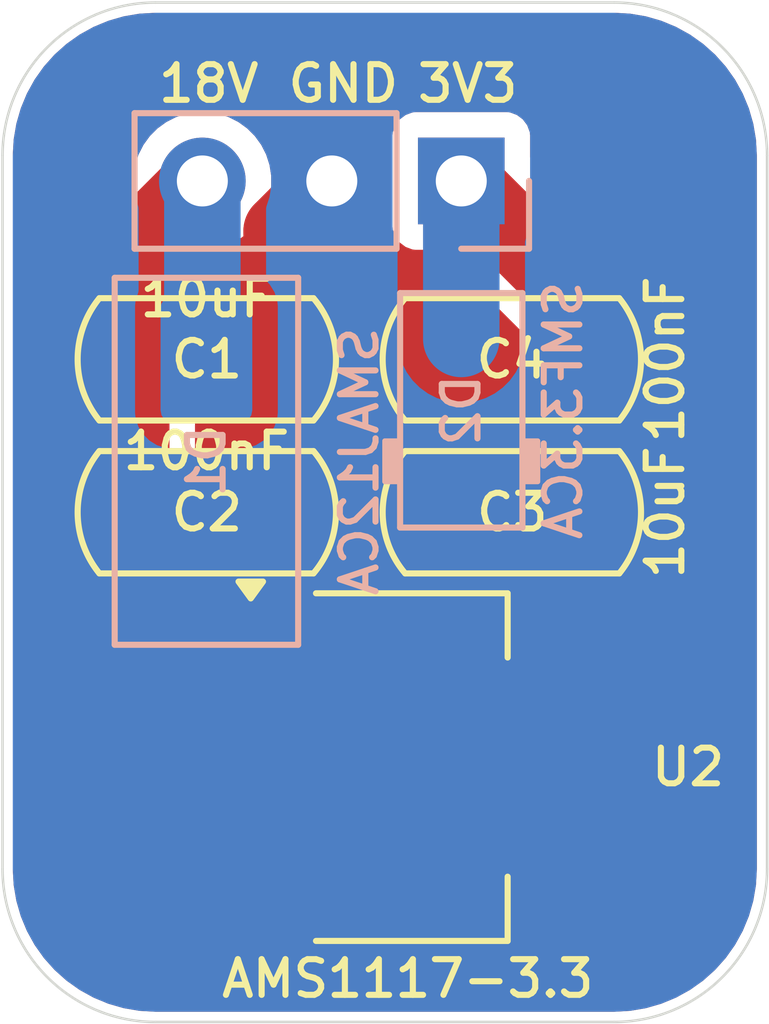
<source format=kicad_pcb>
(kicad_pcb (version 20241229) (generator "pcbnew") (generator_version "9.0")
  (layers (0 "F.Cu" signal) (2 "B.Cu" signal) (13 "F.Paste" user) (15 "B.Paste" user) (5 "F.SilkS" user "F.Silkscreen") (7 "B.SilkS" user "B.Silkscreen") (1 "F.Mask" user) (3 "B.Mask" user) (25 "Edge.Cuts" user))
  (net 0 "")
  (net 1 "+18V")
  (net 2 "GND")
  (net 3 "+3.3V")
  (footprint "PCM_Capacitor_SMD_AKL:C_1206_3216Metric" (layer "F.Cu") (at 117 66)
    (property "Reference" "C1" (at 0.007668 0 0) (layer "F.SilkS") (effects (font (size 0.7 0.7) (thickness 0.12))))
    (property "Value" "10uF" (at 0 -1.2 0) (layer "F.SilkS") (effects (font (size 0.7 0.7) (thickness 0.12))))
    (fp_line (start -2.1 1.2) (end 2.1 1.2) (stroke (width 0.12)) (layer "F.SilkS"))
    (fp_line (start 2.1 -1.2) (end -2.1 -1.2) (stroke (width 0.12)) (layer "F.SilkS"))
    (fp_arc (start -2.1 1.2) (mid -2.526625 0) (end -2.1 -1.2) (stroke (width 0.12)) (layer "F.SilkS"))
    (fp_arc (start 2.1 -1.2) (mid 2.541962 0) (end 2.1 1.2) (stroke (width 0.12)) (layer "F.SilkS"))
    (pad "1" smd roundrect (at -1.475 0) (size 1.15 1.8) (layers "F.Cu" "F.Mask" "F.Paste") (roundrect_rratio 0.217391) (net 1 "+18V"))
    (pad "2" smd roundrect (at 1.475 0) (size 1.15 1.8) (layers "F.Cu" "F.Mask" "F.Paste") (roundrect_rratio 0.217391) (net 2 "GND"))
  )
  (footprint "PCM_Capacitor_SMD_AKL:C_1206_3216Metric" (layer "F.Cu") (at 123 66 180)
    (property "Reference" "C4" (at 0.007668 0 0) (layer "F.SilkS") (effects (font (size 0.7 0.7) (thickness 0.12))))
    (property "Value" "100nF" (at -3 0 90) (layer "F.SilkS") (effects (font (size 0.7 0.7) (thickness 0.12))))
    (fp_line (start 2.1 -1.2) (end -2.1 -1.2) (stroke (width 0.12)) (layer "F.SilkS"))
    (fp_line (start -2.1 1.2) (end 2.1 1.2) (stroke (width 0.12)) (layer "F.SilkS"))
    (fp_arc (start 2.1 -1.2) (mid 2.541962 0) (end 2.1 1.2) (stroke (width 0.12)) (layer "F.SilkS"))
    (fp_arc (start -2.1 1.2) (mid -2.526625 0) (end -2.1 -1.2) (stroke (width 0.12)) (layer "F.SilkS"))
    (pad "1" smd roundrect (at -1.475 0 180) (size 1.15 1.8) (layers "F.Cu" "F.Mask" "F.Paste") (roundrect_rratio 0.217391) (net 3 "+3.3V"))
    (pad "2" smd roundrect (at 1.475 0 180) (size 1.15 1.8) (layers "F.Cu" "F.Mask" "F.Paste") (roundrect_rratio 0.217391) (net 2 "GND"))
  )
  (footprint "Package_TO_SOT_SMD:SOT-223-3_TabPin2" (layer "F.Cu") (at 121 74)
    (property "Reference" "U2" (at 5.45 0 0) (layer "F.SilkS") (effects (font (size 0.7 0.7) (thickness 0.12) (bold yes))))
    (property "Value" "AMS1117-3.3" (at -0.05 4.15 0) (layer "F.SilkS") (effects (font (size 0.7 0.7) (thickness 0.12) (bold yes))))
    (fp_line (start -1.85 -3.41) (end 1.91 -3.41) (stroke (width 0.12)) (layer "F.SilkS"))
    (fp_line (start -1.85 3.41) (end 1.91 3.41) (stroke (width 0.12)) (layer "F.SilkS"))
    (fp_line (start 1.91 -3.41) (end 1.91 -2.15) (stroke (width 0.12)) (layer "F.SilkS"))
    (fp_line (start 1.91 3.41) (end 1.91 2.15) (stroke (width 0.12)) (layer "F.SilkS"))
    (fp_poly (pts (xy -3.13 -3.31) (xy -3.37 -3.64) (xy -2.89 -3.64) (xy -3.13 -3.31)) (stroke (width 0.12)) (fill yes) (layer "F.SilkS"))
    (pad "1" smd roundrect (at -3.15 -2.3) (size 2 1.5) (layers "F.Cu" "F.Mask" "F.Paste") (net 2 "GND"))
    (pad "2" smd roundrect (at -3.15 0) (size 2 1.5) (layers "F.Cu" "F.Mask" "F.Paste") (net 3 "+3.3V"))
    (pad "2" smd roundrect (at 3.15 0) (size 2 3.8) (layers "F.Cu" "F.Mask" "F.Paste") (net 3 "+3.3V"))
    (pad "3" smd roundrect (at -3.15 2.3) (size 2 1.5) (layers "F.Cu" "F.Mask" "F.Paste") (net 1 "+18V"))
  )
  (footprint "PCM_Capacitor_SMD_AKL:C_1206_3216Metric" (layer "F.Cu") (at 117 69)
    (property "Reference" "C2" (at 0.007668 0 0) (layer "F.SilkS") (effects (font (size 0.7 0.7) (thickness 0.12))))
    (property "Value" "100nF" (at 0 -1.2 0) (layer "F.SilkS") (effects (font (size 0.7 0.7) (thickness 0.12))))
    (fp_line (start -2.1 1.2) (end 2.1 1.2) (stroke (width 0.12)) (layer "F.SilkS"))
    (fp_line (start 2.1 -1.2) (end -2.1 -1.2) (stroke (width 0.12)) (layer "F.SilkS"))
    (fp_arc (start -2.1 1.2) (mid -2.526625 0) (end -2.1 -1.2) (stroke (width 0.12)) (layer "F.SilkS"))
    (fp_arc (start 2.1 -1.2) (mid 2.541962 0) (end 2.1 1.2) (stroke (width 0.12)) (layer "F.SilkS"))
    (pad "1" smd roundrect (at -1.475 0) (size 1.15 1.8) (layers "F.Cu" "F.Mask" "F.Paste") (roundrect_rratio 0.217391) (net 1 "+18V"))
    (pad "2" smd roundrect (at 1.475 0) (size 1.15 1.8) (layers "F.Cu" "F.Mask" "F.Paste") (roundrect_rratio 0.217391) (net 2 "GND"))
  )
  (footprint "PCM_Capacitor_SMD_AKL:C_1206_3216Metric" (layer "F.Cu") (at 123 69 180)
    (property "Reference" "C3" (at 0 0 0) (layer "F.SilkS") (effects (font (size 0.7 0.7) (thickness 0.12))))
    (property "Value" "10uF" (at -3 0 90) (layer "F.SilkS") (effects (font (size 0.7 0.7) (thickness 0.12))))
    (fp_line (start 2.1 -1.2) (end -2.1 -1.2) (stroke (width 0.12)) (layer "F.SilkS"))
    (fp_line (start -2.1 1.2) (end 2.1 1.2) (stroke (width 0.12)) (layer "F.SilkS"))
    (fp_arc (start 2.1 -1.2) (mid 2.541962 0) (end 2.1 1.2) (stroke (width 0.12)) (layer "F.SilkS"))
    (fp_arc (start -2.1 1.2) (mid -2.526625 0) (end -2.1 -1.2) (stroke (width 0.12)) (layer "F.SilkS"))
    (pad "1" smd roundrect (at -1.475 0 180) (size 1.15 1.8) (layers "F.Cu" "F.Mask" "F.Paste") (roundrect_rratio 0.217391) (net 3 "+3.3V"))
    (pad "2" smd roundrect (at 1.475 0 180) (size 1.15 1.8) (layers "F.Cu" "F.Mask" "F.Paste") (roundrect_rratio 0.217391) (net 2 "GND"))
  )
  (footprint "PCM_Diode_SMD_AKL:D_SMA_TVS" (layer "B.Cu") (at 117 68 90)
    (property "Reference" "D1" (at 0 0 90) (layer "B.SilkS") (effects (font (size 0.7 0.7) (thickness 0.12)) (justify mirror)))
    (property "Value" "SMAJ12CA" (at 0 3 90) (layer "B.SilkS") (effects (font (size 0.7 0.7) (thickness 0.12)) (justify mirror)))
    (fp_line (start 3.6 -1.8) (end 3.6 1.8) (stroke (width 0.12)) (layer "B.SilkS"))
    (fp_line (start -3.6 -1.8) (end 3.6 -1.8) (stroke (width 0.12)) (layer "B.SilkS"))
    (fp_line (start 3.6 1.8) (end -3.6 1.8) (stroke (width 0.12)) (layer "B.SilkS"))
    (fp_line (start -3.6 1.8) (end -3.6 -1.8) (stroke (width 0.12)) (layer "B.SilkS"))
    (pad "1" smd roundrect (at -2 0 90) (size 2.5 1.8) (layers "B.Cu" "B.Mask" "B.Paste") (roundrect_rratio 0.1388888889) (net 2 "GND"))
    (pad "2" smd roundrect (at 2 0 90) (size 2.5 1.8) (layers "B.Cu" "B.Mask" "B.Paste") (roundrect_rratio 0.1388888889) (net 1 "+18V"))
  )
  (footprint "Connector_PinHeader_2.54mm:PinHeader_1x03_P2.54mm_Vertical" (layer "B.Cu") (at 122 62.5 90)
    (property "Reference" "J1" (hide yes))
    (property "Value" "Conn_01x03" (hide yes))
    (fp_line (start -1.33 -6.41) (end 1.33 -6.41) (stroke (width 0.12)) (layer "B.SilkS"))
    (fp_line (start 1.33 -1.27) (end 1.33 -6.41) (stroke (width 0.12)) (layer "B.SilkS"))
    (fp_line (start -1.33 -1.27) (end -1.33 -6.41) (stroke (width 0.12)) (layer "B.SilkS"))
    (fp_line (start -1.33 -1.27) (end 1.33 -1.27) (stroke (width 0.12)) (layer "B.SilkS"))
    (fp_line (start -1.33 0) (end -1.33 1.33) (stroke (width 0.12)) (layer "B.SilkS"))
    (fp_line (start -1.33 1.33) (end 0 1.33) (stroke (width 0.12)) (layer "B.SilkS"))
    (pad "1" thru_hole rect (at 0 0 90) (size 1.7 1.7) (drill 1) (layers "*.Cu" "*.Mask") (net 3 "+3.3V"))
    (pad "2" thru_hole oval (at 0 -2.54 90) (size 1.7 1.7) (drill 1) (layers "*.Cu" "*.Mask") (net 2 "GND"))
    (pad "3" thru_hole oval (at 0 -5.08 90) (size 1.7 1.7) (drill 1) (layers "*.Cu" "*.Mask") (net 1 "+18V"))
  )
  (footprint "PCM_Diode_SMD_AKL:D_SOD-123F" (layer "B.Cu") (at 122 67 90)
    (property "Reference" "D2" (at 0 0 90) (layer "B.SilkS") (effects (font (size 0.7 0.7) (thickness 0.12)) (justify mirror)))
    (property "Value" "SMF3.3CA" (at 0 2 90) (layer "B.SilkS") (effects (font (size 0.7 0.7) (thickness 0.12)) (justify mirror)))
    (fp_line (start 2.3 -1.2) (end 2.3 1.2) (stroke (width 0.12)) (layer "B.SilkS"))
    (fp_line (start -2.3 -1.2) (end 2.3 -1.2) (stroke (width 0.12)) (layer "B.SilkS"))
    (fp_line (start 2.3 1.2) (end -2.3 1.2) (stroke (width 0.12)) (layer "B.SilkS"))
    (fp_line (start -2.3 1.2) (end -2.3 -1.2) (stroke (width 0.12)) (layer "B.SilkS"))
    (fp_poly (pts (xy -0.6 -1.5) (xy -1.4 -1.5) (xy -1.4 -1.2) (xy -0.6 -1.2)) (stroke (width 0.1)) (fill yes) (layer "B.SilkS"))
    (fp_poly (pts (xy -0.6 1.2) (xy -1.4 1.2) (xy -1.4 1.5) (xy -0.6 1.5)) (stroke (width 0.1)) (fill yes) (layer "B.SilkS"))
    (pad "1" smd roundrect (at -1.4 0 90) (size 1.1 1.1) (layers "B.Cu" "B.Mask" "B.Paste") (roundrect_rratio 0.2272727273) (net 2 "GND"))
    (pad "2" smd roundrect (at 1.4 0 90) (size 1.1 1.1) (layers "B.Cu" "B.Mask" "B.Paste") (roundrect_rratio 0.2272727273) (net 3 "+3.3V"))
  )
  (gr_arc (start 113 62) (mid 113.87868 59.87868) (end 116 59) (stroke (width 0.05)) (layer "Edge.Cuts"))
  (gr_arc (start 125 59) (mid 127.12132 59.87868) (end 128 62) (stroke (width 0.05)) (layer "Edge.Cuts"))
  (gr_line (start 125 79) (end 116 79) (stroke (width 0.05)) (layer "Edge.Cuts"))
  (gr_arc (start 128 76) (mid 127.12132 78.12132) (end 125 79) (stroke (width 0.05)) (layer "Edge.Cuts"))
  (gr_line (start 116 59) (end 125 59) (stroke (width 0.05)) (layer "Edge.Cuts"))
  (gr_arc (start 116 79) (mid 113.87868 78.12132) (end 113 76) (stroke (width 0.05)) (layer "Edge.Cuts"))
  (gr_line (start 128 62) (end 128 76) (stroke (width 0.05)) (layer "Edge.Cuts"))
  (gr_line (start 113 76) (end 113 62) (stroke (width 0.05)) (layer "Edge.Cuts"))
  (gr_text "GND" (at 118.54 61 0) (layer "F.SilkS") (effects (font (size 0.7 0.7) (thickness 0.12) (bold yes)) (justify left bottom)))
  (gr_text "18V" (at 116 61 0) (layer "F.SilkS") (effects (font (size 0.7 0.7) (thickness 0.12) (bold yes)) (justify left bottom)))
  (gr_text "3V3" (at 121.08 61 0) (layer "F.SilkS") (effects (font (size 0.7 0.7) (thickness 0.12) (bold yes)) (justify left bottom)))
  (segment (start 115.525 66) (end 115.525 63.895) (width 1.5) (layer "F.Cu") (net 1))
  (segment (start 115.525 69) (end 115.525 74.6351) (width 1.5) (layer "F.Cu") (net 1))
  (segment (start 115.525 74.6351) (end 117.1899 76.3) (width 1.5) (layer "F.Cu") (net 1))
  (segment (start 117.1899 76.3) (end 117.85 76.3) (width 1.5) (layer "F.Cu") (net 1))
  (segment (start 115.525 69) (end 115.525 66) (width 1.5) (layer "F.Cu") (net 1))
  (segment (start 115.525 63.895) (end 116.92 62.5) (width 1.5) (layer "F.Cu") (net 1))
  (segment (start 116.92 62.5) (end 116.92 65.92) (width 1.5) (layer "B.Cu") (net 1))
  (segment (start 116.92 65.92) (end 117 66) (width 1.5) (layer "B.Cu") (net 1))
  (segment (start 118.475 71.325) (end 118.85 71.7) (width 1.5) (layer "F.Cu") (net 2))
  (segment (start 121.525 69) (end 121.525 66) (width 1.5) (layer "F.Cu") (net 2))
  (segment (start 118.475 69) (end 118.475 71.325) (width 1.5) (layer "F.Cu") (net 2))
  (segment (start 118.475 69) (end 118.475 66) (width 1.5) (layer "F.Cu") (net 2))
  (segment (start 118.475 63.485) (end 119.46 62.5) (width 1.5) (layer "F.Cu") (net 2))
  (segment (start 118.475 66) (end 118.475 63.485) (width 1.5) (layer "F.Cu") (net 2))
  (segment (start 121.525 69) (end 118.475 69) (width 1.5) (layer "F.Cu") (net 2))
  (segment (start 119.46 63.935) (end 121.525 66) (width 1.5) (layer "F.Cu") (net 2))
  (segment (start 119.46 62.5) (end 119.46 63.935) (width 1.5) (layer "F.Cu") (net 2))
  (segment (start 119.46 62.5) (end 119.46 67.54) (width 1.5) (layer "B.Cu") (net 2))
  (segment (start 122 68.4) (end 120.32 68.4) (width 1.5) (layer "B.Cu") (net 2))
  (segment (start 120.32 68.4) (end 119.46 67.54) (width 1.5) (layer "B.Cu") (net 2))
  (segment (start 119.46 67.54) (end 117 70) (width 1.5) (layer "B.Cu") (net 2))
  (segment (start 124.475 69) (end 124.475 73.675) (width 1.5) (layer "F.Cu") (net 3))
  (segment (start 124.475 66) (end 124.475 64.975) (width 1.5) (layer "F.Cu") (net 3))
  (segment (start 124.475 69) (end 124.475 66) (width 1.5) (layer "F.Cu") (net 3))
  (segment (start 124.475 73.675) (end 124.15 74) (width 1.5) (layer "F.Cu") (net 3))
  (segment (start 117.85 74) (end 124.15 74) (width 1.5) (layer "F.Cu") (net 3))
  (segment (start 124.475 64.975) (end 122 62.5) (width 1.5) (layer "F.Cu") (net 3))
  (segment (start 122 62.5) (end 122 65.6) (width 1.5) (layer "B.Cu") (net 3))
  (zone (net 2) (net_name "GND") (layers "F.Cu" "B.Cu") (name "GND") (priority 3) (connect_pads yes (clearance 0.5)) (min_thickness 0.25) (fill yes (thermal_gap 0.5) (thermal_bridge_width 0.5))
    (polygon (pts (xy 113 59) (xy 128 59) (xy 128 79) (xy 113 79)))
  )
)
</source>
